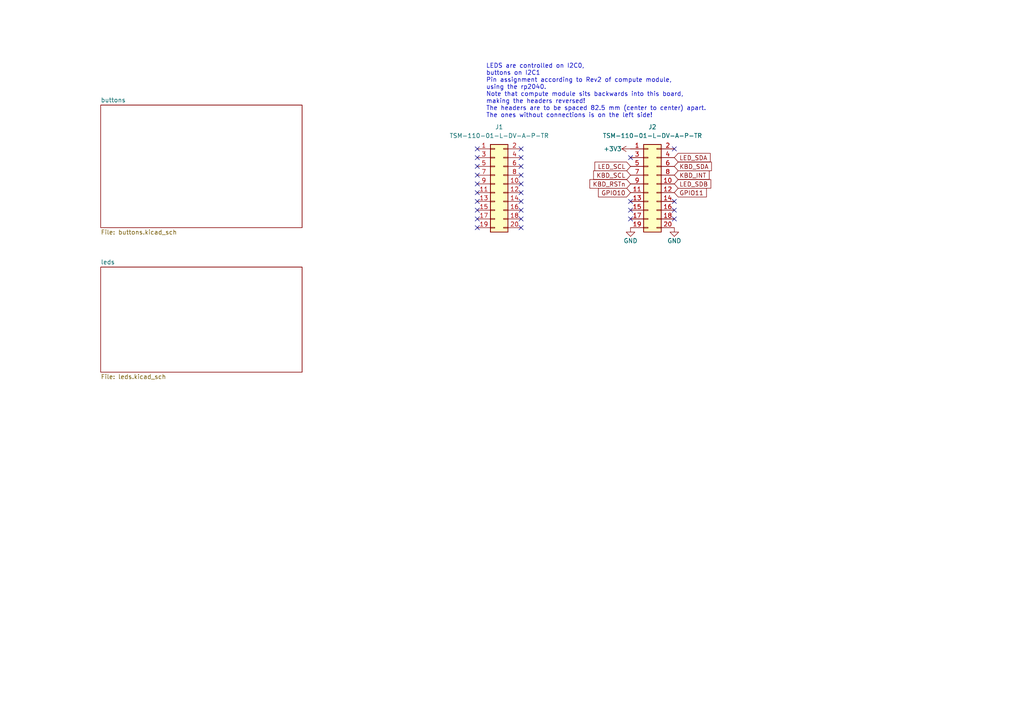
<source format=kicad_sch>
(kicad_sch (version 20211123) (generator eeschema)
  (paper "A4")
  (lib_symbols
    (symbol "Connector_Generic:Conn_02x10_Odd_Even" (pin_names (offset 1.016) hide)
      (property "Reference" "J" (at 1.27 12.7 0))
      (property "Value" "Conn_02x10_Odd_Even" (at 1.27 -15.24 0))
      (symbol "Conn_02x10_Odd_Even_1_1"
        (rectangle (start -1.27 -12.573) (end 0 -12.827) (stroke (width 0.1524)))
        (rectangle (start -1.27 -10.033) (end 0 -10.287) (stroke (width 0.1524)))
        (rectangle (start -1.27 -7.493) (end 0 -7.747) (stroke (width 0.1524)))
        (rectangle (start -1.27 -4.953) (end 0 -5.207) (stroke (width 0.1524)))
        (rectangle (start -1.27 -2.413) (end 0 -2.667) (stroke (width 0.1524)))
        (rectangle (start -1.27 0.127) (end 0 -0.127) (stroke (width 0.1524)))
        (rectangle (start -1.27 2.667) (end 0 2.413) (stroke (width 0.1524)))
        (rectangle (start -1.27 5.207) (end 0 4.953) (stroke (width 0.1524)))
        (rectangle (start -1.27 7.747) (end 0 7.493) (stroke (width 0.1524)))
        (rectangle (start -1.27 10.287) (end 0 10.033) (stroke (width 0.1524)))
        (rectangle (start -1.27 11.43) (end 3.81 -13.97) (stroke (width 0.254)) (fill (type background)))
        (rectangle (start 3.81 -12.573) (end 2.54 -12.827) (stroke (width 0.1524)))
        (rectangle (start 3.81 -10.033) (end 2.54 -10.287) (stroke (width 0.1524)))
        (rectangle (start 3.81 -7.493) (end 2.54 -7.747) (stroke (width 0.1524)))
        (rectangle (start 3.81 -4.953) (end 2.54 -5.207) (stroke (width 0.1524)))
        (rectangle (start 3.81 -2.413) (end 2.54 -2.667) (stroke (width 0.1524)))
        (rectangle (start 3.81 0.127) (end 2.54 -0.127) (stroke (width 0.1524)))
        (rectangle (start 3.81 2.667) (end 2.54 2.413) (stroke (width 0.1524)))
        (rectangle (start 3.81 5.207) (end 2.54 4.953) (stroke (width 0.1524)))
        (rectangle (start 3.81 7.747) (end 2.54 7.493) (stroke (width 0.1524)))
        (rectangle (start 3.81 10.287) (end 2.54 10.033) (stroke (width 0.1524)))
        (pin passive line (at -5.08 10.16 0) (length 3.81) (name "Pin_1") (number "1"))
        (pin passive line (at 7.62 0 180) (length 3.81) (name "Pin_10") (number "10"))
        (pin passive line (at -5.08 -2.54 0) (length 3.81) (name "Pin_11") (number "11"))
        (pin passive line (at 7.62 -2.54 180) (length 3.81) (name "Pin_12") (number "12"))
        (pin passive line (at -5.08 -5.08 0) (length 3.81) (name "Pin_13") (number "13"))
        (pin passive line (at 7.62 -5.08 180) (length 3.81) (name "Pin_14") (number "14"))
        (pin passive line (at -5.08 -7.62 0) (length 3.81) (name "Pin_15") (number "15"))
        (pin passive line (at 7.62 -7.62 180) (length 3.81) (name "Pin_16") (number "16"))
        (pin passive line (at -5.08 -10.16 0) (length 3.81) (name "Pin_17") (number "17"))
        (pin passive line (at 7.62 -10.16 180) (length 3.81) (name "Pin_18") (number "18"))
        (pin passive line (at -5.08 -12.7 0) (length 3.81) (name "Pin_19") (number "19"))
        (pin passive line (at 7.62 10.16 180) (length 3.81) (name "Pin_2") (number "2"))
        (pin passive line (at 7.62 -12.7 180) (length 3.81) (name "Pin_20") (number "20"))
        (pin passive line (at -5.08 7.62 0) (length 3.81) (name "Pin_3") (number "3"))
        (pin passive line (at 7.62 7.62 180) (length 3.81) (name "Pin_4") (number "4"))
        (pin passive line (at -5.08 5.08 0) (length 3.81) (name "Pin_5") (number "5"))
        (pin passive line (at 7.62 5.08 180) (length 3.81) (name "Pin_6") (number "6"))
        (pin passive line (at -5.08 2.54 0) (length 3.81) (name "Pin_7") (number "7"))
        (pin passive line (at 7.62 2.54 180) (length 3.81) (name "Pin_8") (number "8"))
        (pin passive line (at -5.08 0 0) (length 3.81) (name "Pin_9") (number "9"))
      )
    )
    (symbol "power:+3V3" (power) (pin_names (offset 0))
      (property "Value" "+3V3" (at 0 3.556 0))
      (symbol "+3V3_0_1"
        (polyline (pts (xy -0.762 1.27) (xy 0 2.54)))
        (polyline (pts (xy 0 0) (xy 0 2.54)))
        (polyline (pts (xy 0 2.54) (xy 0.762 1.27)))
      )
      (symbol "+3V3_1_1"
        (pin power_in line (at 0 0 90) (length 0) hide (name "+3V3") (number "1"))
      )
    )
    (symbol "power:GND" (power) (pin_names (offset 0))
      (property "Value" "GND" (at 0 -3.81 0))
      (symbol "GND_0_1"
        (polyline (pts (xy 0 0) (xy 0 -1.27) (xy 1.27 -1.27) (xy 0 -2.54) (xy -1.27 -1.27) (xy 0 -1.27)))
      )
      (symbol "GND_1_1"
        (pin power_in line (at 0 0 270) (length 0) hide (name "GND") (number "1"))
      )
    )
  )
  (no_connect (at 195.58 43.18))
  (no_connect (at 138.43 53.34))
  (no_connect (at 195.58 63.5))
  (no_connect (at 138.43 60.96))
  (no_connect (at 138.43 50.8))
  (no_connect (at 151.13 45.72))
  (no_connect (at 151.13 48.26))
  (no_connect (at 138.43 55.88))
  (no_connect (at 151.13 53.34))
  (no_connect (at 138.43 43.18))
  (no_connect (at 138.43 63.5))
  (no_connect (at 138.43 48.26))
  (no_connect (at 151.13 55.88))
  (no_connect (at 151.13 60.96))
  (no_connect (at 151.13 58.42))
  (no_connect (at 151.13 66.04))
  (no_connect (at 151.13 63.5))
  (no_connect (at 138.43 58.42))
  (no_connect (at 182.88 58.42))
  (no_connect (at 195.58 58.42))
  (no_connect (at 195.58 60.96))
  (no_connect (at 182.88 63.5))
  (no_connect (at 182.88 60.96))
  (no_connect (at 182.88 45.72))
  (no_connect (at 138.43 66.04))
  (no_connect (at 151.13 50.8))
  (no_connect (at 151.13 43.18))
  (no_connect (at 138.43 45.72))
  (text "LEDS are controlled on I2C0, \nbuttons on I2C1\nPin assignment according to Rev2 of compute module, \nusing the rp2040. \nNote that compute module sits backwards into this board, \nmaking the headers reversed! \nThe headers are to be spaced 82.5 mm (center to center) apart.\nThe ones without connections is on the left side!" (at 140.97 34.29 0) (effects (font (size 1.27 1.27)) (justify left bottom)))
  (global_label "LED_SCL" (shape input) (at 182.88 48.26 180) (property "Intersheet References" "${INTERSHEET_REFS}" (effects hide)))
  (global_label "LED_SDA" (shape input) (at 195.58 45.72 0) (property "Intersheet References" "${INTERSHEET_REFS}" (effects hide)))
  (global_label "KBD_SDA" (shape input) (at 195.58 48.26 0) (property "Intersheet References" "${INTERSHEET_REFS}" (effects hide)))
  (global_label "GPIO10" (shape input) (at 182.88 55.88 180) (property "Intersheet References" "${INTERSHEET_REFS}" (effects hide)))
  (global_label "KBD_SCL" (shape input) (at 182.88 50.8 180) (property "Intersheet References" "${INTERSHEET_REFS}" (effects hide)))
  (global_label "KBD_INT" (shape input) (at 195.58 50.8 0) (property "Intersheet References" "${INTERSHEET_REFS}" (effects hide)))
  (global_label "KBD_RSTn" (shape input) (at 182.88 53.34 180) (property "Intersheet References" "${INTERSHEET_REFS}" (effects hide)))
  (global_label "LED_SDB" (shape input) (at 195.58 53.34 0) (property "Intersheet References" "${INTERSHEET_REFS}" (effects hide)))
  (global_label "GPIO11" (shape input) (at 195.58 55.88 0) (property "Intersheet References" "${INTERSHEET_REFS}" (effects hide)))
  (symbol (lib_id "Connector_Generic:Conn_02x10_Odd_Even") (at 143.51 53.34 0) (unit 1)
    (property "Reference" "J1" (at 144.78 36.83 0))
    (property "Value" "TSM-110-01-L-DV-A-P-TR" (at 144.78 39.37 0))
    (property "Footprint" "Connector_PinSocket_2.54mm:PinSocket_2x10_P2.54mm_Vertical" (effects hide))
  )
  (symbol (lib_id "power:GND") (at 195.58 66.04 0) (mirror y) (unit 1)
    (property "Reference" "#PWR0108" (effects hide))
    (property "Value" "GND" (at 195.58 69.85 0))
  )
  (symbol (lib_id "power:+3V3") (at 182.88 43.18 90) (mirror x) (unit 1)
    (property "Reference" "#PWR0110" (effects hide))
    (property "Value" "+3V3" (at 180.34 43.18 90) (effects (justify left)))
  )
  (symbol (lib_id "power:GND") (at 182.88 66.04 0) (mirror y) (unit 1)
    (property "Reference" "#PWR0109" (effects hide))
    (property "Value" "GND" (at 182.88 69.85 0))
  )
  (symbol (lib_id "Connector_Generic:Conn_02x10_Odd_Even") (at 187.96 53.34 0) (unit 1)
    (property "Reference" "J2" (at 189.23 36.83 0))
    (property "Value" "TSM-110-01-L-DV-A-P-TR" (at 189.23 39.37 0))
    (property "Footprint" "Connector_PinSocket_2.54mm:PinSocket_2x10_P2.54mm_Vertical" (effects hide))
  )
  (sheet (at 29.21 30.48) (size 58.42 35.56) (stroke (width 0.1524))
    (property "Sheet name" "buttons" (at 29.21 29.7684 0) (effects (justify left bottom)))
    (property "Sheet file" "buttons.kicad_sch" (at 29.21 66.6246 0) (effects (justify left top)))
  )
  (sheet (at 29.21 77.47) (size 58.42 30.48) (stroke (width 0.1524))
    (property "Sheet name" "leds" (at 29.21 76.7584 0) (effects (justify left bottom)))
    (property "Sheet file" "leds.kicad_sch" (at 29.21 108.5346 0) (effects (justify left top)))
  )
)
</source>
